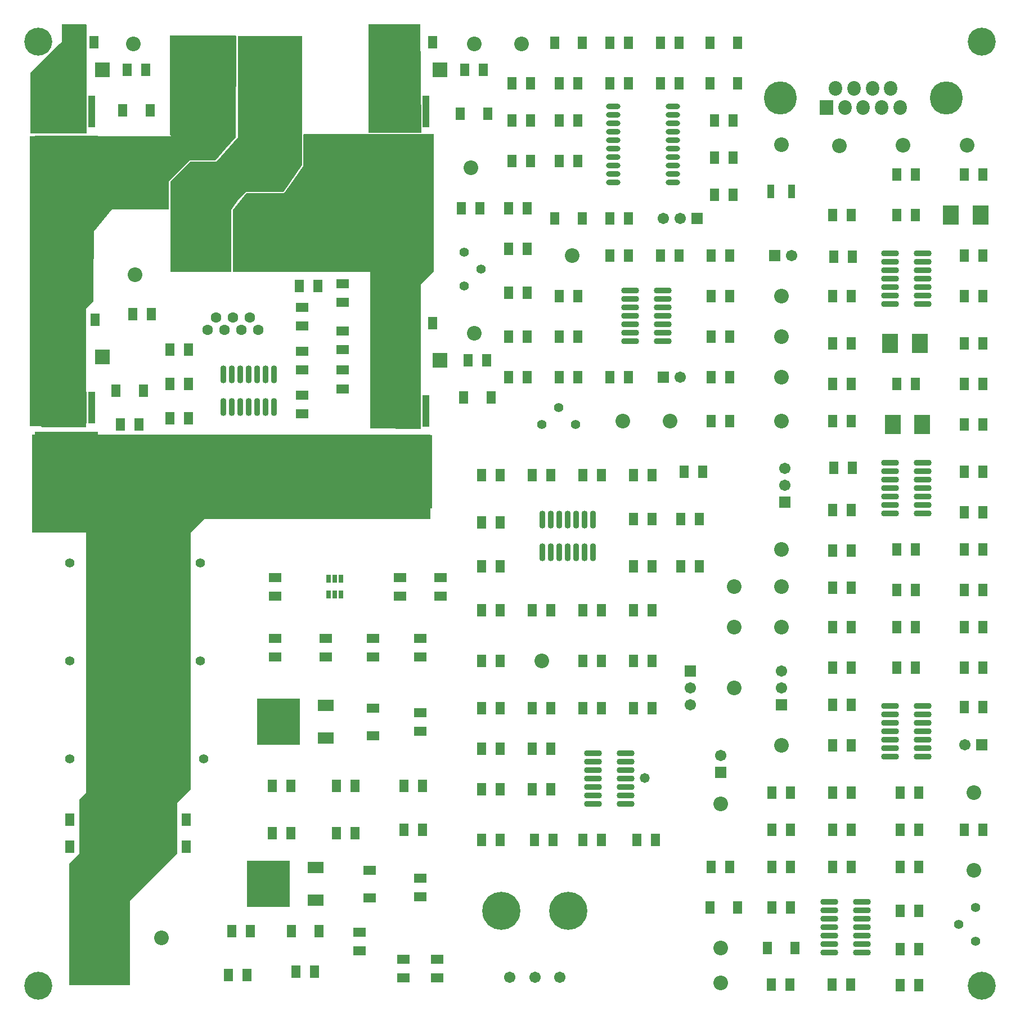
<source format=gts>
G04*
G04 #@! TF.GenerationSoftware,Altium Limited,Altium Designer,18.0.7 (293)*
G04*
G04 Layer_Color=8388736*
%FSLAX44Y44*%
%MOMM*%
G71*
G01*
G75*
%ADD35R,1.4732X1.9812*%
%ADD36R,0.7532X1.3032*%
%ADD37R,6.4262X6.9342*%
%ADD38R,2.4638X1.7272*%
%ADD39O,2.7032X0.9032*%
%ADD40O,0.9032X2.7032*%
%ADD41O,2.2032X0.8032*%
%ADD42R,1.0532X0.5032*%
%ADD43R,1.9812X1.4732*%
%ADD44R,9.6032X11.0032*%
%ADD45R,1.0032X4.8032*%
%ADD46R,1.3232X1.9232*%
%ADD47R,2.3622X2.9464*%
%ADD48R,1.9232X1.3232*%
%ADD49R,2.2032X2.2032*%
%ADD50O,2.0032X2.2032*%
%ADD51R,2.0032X2.2032*%
%ADD52C,4.9632*%
%ADD53C,2.2032*%
%ADD54C,1.4202*%
%ADD55R,3.9532X2.4532*%
%ADD56C,1.6032*%
%ADD57C,5.7232*%
%ADD58C,1.7032*%
%ADD59R,1.7032X1.7032*%
%ADD60R,1.7032X1.7032*%
%ADD61R,1.4032X1.4032*%
%ADD62C,1.4032*%
%ADD63C,4.2032*%
%ADD64C,1.4732*%
G36*
X616204Y1325372D02*
Y1322832D01*
X537210D01*
Y1486230D01*
X614786D01*
X616204Y1325372D01*
D02*
G37*
G36*
X112425Y1484895D02*
X112424Y1322070D01*
X28448Y1322070D01*
X27940Y1322578D01*
X27940Y1412240D01*
X38608Y1422908D01*
X71882Y1456182D01*
X75438Y1459738D01*
Y1485793D01*
X111527Y1485793D01*
X112425Y1484895D01*
D02*
G37*
G36*
X337818Y1467866D02*
X337818Y1467590D01*
X337566Y1315974D01*
X322326Y1298956D01*
X306324Y1281430D01*
X267716D01*
X236220Y1249172D01*
X236220Y1207770D01*
X151130D01*
X123832Y1174751D01*
X123698Y1160272D01*
X123190Y1105408D01*
X123190Y1069185D01*
X112092Y1058086D01*
Y880110D01*
X45212D01*
X44196Y881126D01*
X27178D01*
Y1317542D01*
X27686Y1317752D01*
X237061D01*
X238234Y1317752D01*
X239522Y1317752D01*
X239776Y1318006D01*
X238760Y1319022D01*
Y1319022D01*
X238760Y1319022D01*
X238506Y1320195D01*
Y1469136D01*
X336655D01*
X337818Y1467866D01*
D02*
G37*
G36*
X436880Y1274064D02*
X408813Y1233805D01*
X352679Y1233805D01*
X341503Y1222629D01*
X330200Y1206754D01*
Y1113028D01*
X238760D01*
Y1190498D01*
Y1249172D01*
X252603Y1263015D01*
X269293Y1279706D01*
X308665Y1279705D01*
X340360Y1315421D01*
X340360Y1468120D01*
X395034Y1468120D01*
X436880D01*
Y1274064D01*
D02*
G37*
G36*
X635000Y1320800D02*
Y1114044D01*
X632460Y1111504D01*
X615780Y1094825D01*
Y878228D01*
X614879Y877333D01*
X540004Y877824D01*
X539496Y878884D01*
Y1113028D01*
X332740D01*
Y1206668D01*
X352931Y1231771D01*
X366268Y1231771D01*
X380492Y1231771D01*
X409956Y1231770D01*
X423164Y1250950D01*
X438658Y1272286D01*
Y1300480D01*
Y1320155D01*
X439557Y1321053D01*
X635000Y1320800D01*
D02*
G37*
G36*
X629920Y741680D02*
X289560D01*
X269240Y721360D01*
Y335280D01*
X248920Y314960D01*
Y238760D01*
X187960Y177800D01*
X177800Y167640D01*
Y40640D01*
X86360D01*
Y223520D01*
X101600Y238760D01*
Y314960D01*
Y320040D01*
X111760Y330200D01*
Y721360D01*
X30480D01*
Y741680D01*
Y751840D01*
Y756920D01*
Y868680D01*
X629920D01*
Y741680D01*
D02*
G37*
D35*
X1337280Y152400D02*
D03*
X1365280D02*
D03*
X1364978Y95068D02*
D03*
X1336978D02*
D03*
X1337280Y330200D02*
D03*
X1365280D02*
D03*
X1461800Y274320D02*
D03*
X1433800D02*
D03*
X1337280D02*
D03*
X1365280D02*
D03*
X1337280Y218440D02*
D03*
X1365280D02*
D03*
X1144240Y274320D02*
D03*
X1172240D02*
D03*
X1360200Y518160D02*
D03*
X1332200D02*
D03*
X1235680Y401320D02*
D03*
X1263680D02*
D03*
Y518160D02*
D03*
X1235680D02*
D03*
X1143466Y41185D02*
D03*
X1171466D02*
D03*
X1336774Y40577D02*
D03*
X1364774D02*
D03*
X1234758Y41241D02*
D03*
X1262757D02*
D03*
X1263680Y579120D02*
D03*
X1235680D02*
D03*
Y274320D02*
D03*
X1263680D02*
D03*
X1172240Y218440D02*
D03*
X1144240D02*
D03*
X1052800D02*
D03*
X1080800D02*
D03*
X1332200Y1259840D02*
D03*
X1360200D02*
D03*
X1461800Y579120D02*
D03*
X1433800D02*
D03*
X1461800Y635000D02*
D03*
X1433800D02*
D03*
X1461800Y695960D02*
D03*
X1433800D02*
D03*
Y812800D02*
D03*
X1461800D02*
D03*
Y883920D02*
D03*
X1433800D02*
D03*
X1235680Y1076960D02*
D03*
X1263680D02*
D03*
Y1005840D02*
D03*
X1235680D02*
D03*
X1332200Y635000D02*
D03*
X1360200D02*
D03*
Y579120D02*
D03*
X1332200D02*
D03*
X1461800Y1005840D02*
D03*
X1433800D02*
D03*
X1360200Y944880D02*
D03*
X1332200D02*
D03*
X1235680Y889000D02*
D03*
X1263680D02*
D03*
X1235680Y755650D02*
D03*
X1263680D02*
D03*
X1332200Y1198880D02*
D03*
X1360200D02*
D03*
X1263680Y638810D02*
D03*
X1235680D02*
D03*
X887760Y807720D02*
D03*
X859760D02*
D03*
X963960D02*
D03*
X935960D02*
D03*
X735360D02*
D03*
X707360D02*
D03*
X963960Y741680D02*
D03*
X935960D02*
D03*
X811560Y807720D02*
D03*
X783560D02*
D03*
X963960Y604520D02*
D03*
X935960D02*
D03*
X735360Y528320D02*
D03*
X707360D02*
D03*
X935960Y670560D02*
D03*
X963960D02*
D03*
X735360Y604520D02*
D03*
X707360D02*
D03*
X1035080Y670560D02*
D03*
X1007080D02*
D03*
X887760Y604520D02*
D03*
X859760D02*
D03*
X735360Y736600D02*
D03*
X707360D02*
D03*
Y396240D02*
D03*
X735360D02*
D03*
X811560Y457200D02*
D03*
X783560D02*
D03*
X887760Y259080D02*
D03*
X859760D02*
D03*
X963960Y457200D02*
D03*
X935960D02*
D03*
X707360D02*
D03*
X735360D02*
D03*
X935960Y528320D02*
D03*
X963960D02*
D03*
X783560Y396240D02*
D03*
X811560D02*
D03*
X941040Y259080D02*
D03*
X969040D02*
D03*
X814608D02*
D03*
X786608D02*
D03*
X735360D02*
D03*
X707360D02*
D03*
X735360Y335280D02*
D03*
X707360D02*
D03*
X887760Y457200D02*
D03*
X859760D02*
D03*
X618520Y274320D02*
D03*
X590520D02*
D03*
X331440Y121920D02*
D03*
X359440D02*
D03*
X516920Y269240D02*
D03*
X488920D02*
D03*
X681960Y1417320D02*
D03*
X709960D02*
D03*
X201960D02*
D03*
X173960D02*
D03*
X687040Y980440D02*
D03*
X715040D02*
D03*
X191800Y883920D02*
D03*
X163800D02*
D03*
X605436Y1458692D02*
D03*
X633436D02*
D03*
X124013Y1458694D02*
D03*
X96013D02*
D03*
X1085880Y1285240D02*
D03*
X1057880D02*
D03*
X461040Y1092200D02*
D03*
X433040D02*
D03*
X209834Y1050036D02*
D03*
X181834D02*
D03*
X1004600Y1397000D02*
D03*
X976600D02*
D03*
X1004600Y1457960D02*
D03*
X976600D02*
D03*
X125760Y1041400D02*
D03*
X97760D02*
D03*
X605760Y1036320D02*
D03*
X633760D02*
D03*
X237998Y893318D02*
D03*
X265998D02*
D03*
X237998Y944880D02*
D03*
X265998D02*
D03*
X1052800Y1137920D02*
D03*
X1080800D02*
D03*
X1004600D02*
D03*
X976600D02*
D03*
X1012160Y812800D02*
D03*
X1040160D02*
D03*
X1080800Y889000D02*
D03*
X1052800D02*
D03*
X824200Y955040D02*
D03*
X852200D02*
D03*
X748000D02*
D03*
X776000D02*
D03*
X1052800D02*
D03*
X1080800D02*
D03*
X776000Y1209040D02*
D03*
X748000D02*
D03*
X900400Y955040D02*
D03*
X928400D02*
D03*
X776000Y1016000D02*
D03*
X748000D02*
D03*
X852200D02*
D03*
X824200D02*
D03*
X1080800D02*
D03*
X1052800D02*
D03*
X704880Y1209040D02*
D03*
X676880D02*
D03*
X427960Y60960D02*
D03*
X455960D02*
D03*
X1433800Y1259840D02*
D03*
X1461800D02*
D03*
X354360Y55880D02*
D03*
X326360D02*
D03*
X1172240Y157480D02*
D03*
X1144240D02*
D03*
X1263680Y462280D02*
D03*
X1235680D02*
D03*
X1172240Y330200D02*
D03*
X1144240D02*
D03*
X1461490Y458899D02*
D03*
X1433490D02*
D03*
X1263680Y330200D02*
D03*
X1235680D02*
D03*
Y218440D02*
D03*
X1263680D02*
D03*
X1264950Y1136650D02*
D03*
X1236950D02*
D03*
X1433800Y518160D02*
D03*
X1461800D02*
D03*
Y751840D02*
D03*
X1433800D02*
D03*
X1235680Y944880D02*
D03*
X1263680D02*
D03*
Y1198880D02*
D03*
X1235680D02*
D03*
X1264950Y819150D02*
D03*
X1236950D02*
D03*
X1461800Y1076960D02*
D03*
X1433800D02*
D03*
X1360200Y695960D02*
D03*
X1332200D02*
D03*
X1433800Y944880D02*
D03*
X1461800D02*
D03*
Y1137920D02*
D03*
X1433800D02*
D03*
X1263680Y694690D02*
D03*
X1235680D02*
D03*
X707360Y670560D02*
D03*
X735360D02*
D03*
X1035080Y741680D02*
D03*
X1007080D02*
D03*
X783560Y604520D02*
D03*
X811560D02*
D03*
X783560Y335280D02*
D03*
X811560D02*
D03*
X859760Y528320D02*
D03*
X887760D02*
D03*
X618520Y340360D02*
D03*
X590520D02*
D03*
X488920D02*
D03*
X516920D02*
D03*
X392400D02*
D03*
X420400D02*
D03*
X392400Y269240D02*
D03*
X420400D02*
D03*
X824200Y1076960D02*
D03*
X852200D02*
D03*
X262920Y248920D02*
D03*
X234920D02*
D03*
X262920Y289560D02*
D03*
X234920D02*
D03*
X87600D02*
D03*
X115600D02*
D03*
X87600Y248920D02*
D03*
X115600D02*
D03*
X900400Y1397000D02*
D03*
X928400D02*
D03*
X900400Y1457960D02*
D03*
X928400D02*
D03*
X1057880Y1341120D02*
D03*
X1085880D02*
D03*
X237998Y996442D02*
D03*
X265998D02*
D03*
X852200Y1280160D02*
D03*
X824200D02*
D03*
X852200Y1341120D02*
D03*
X824200D02*
D03*
X852200Y1397000D02*
D03*
X824200D02*
D03*
X753080Y1280160D02*
D03*
X781080D02*
D03*
X753080Y1341120D02*
D03*
X781080D02*
D03*
X753080Y1397000D02*
D03*
X781080D02*
D03*
X900400Y1193800D02*
D03*
X928400D02*
D03*
X900400Y1137920D02*
D03*
X928400D02*
D03*
X1057880Y1229360D02*
D03*
X1085880D02*
D03*
X1080800Y1076960D02*
D03*
X1052800D02*
D03*
X776000Y1082040D02*
D03*
X748000D02*
D03*
X776000Y1148080D02*
D03*
X748000D02*
D03*
D36*
X476910Y652080D02*
D03*
X495910D02*
D03*
X486410D02*
D03*
X476910Y628080D02*
D03*
X495910D02*
D03*
X486410D02*
D03*
D37*
X401320Y436880D02*
D03*
X386080Y193040D02*
D03*
D38*
X472948Y461518D02*
D03*
Y412242D02*
D03*
X457708Y217678D02*
D03*
Y168402D02*
D03*
D39*
X1230260Y166370D02*
D03*
Y153670D02*
D03*
Y140970D02*
D03*
Y128270D02*
D03*
Y115570D02*
D03*
Y102870D02*
D03*
Y90170D02*
D03*
X1279260Y166370D02*
D03*
Y153670D02*
D03*
Y140970D02*
D03*
Y128270D02*
D03*
Y115570D02*
D03*
Y102870D02*
D03*
Y90170D02*
D03*
X1321700Y461010D02*
D03*
Y448310D02*
D03*
Y435610D02*
D03*
Y422910D02*
D03*
Y410210D02*
D03*
Y397510D02*
D03*
Y384810D02*
D03*
X1370700Y461010D02*
D03*
Y448310D02*
D03*
Y435610D02*
D03*
Y422910D02*
D03*
Y410210D02*
D03*
Y397510D02*
D03*
Y384810D02*
D03*
X1321700Y826770D02*
D03*
Y814070D02*
D03*
Y801370D02*
D03*
Y788670D02*
D03*
Y775970D02*
D03*
Y763270D02*
D03*
Y750570D02*
D03*
X1370700Y826770D02*
D03*
Y814070D02*
D03*
Y801370D02*
D03*
Y788670D02*
D03*
Y775970D02*
D03*
Y763270D02*
D03*
Y750570D02*
D03*
X1321700Y1141730D02*
D03*
Y1129030D02*
D03*
Y1116330D02*
D03*
Y1103630D02*
D03*
Y1090930D02*
D03*
Y1078230D02*
D03*
Y1065530D02*
D03*
X1370700Y1141730D02*
D03*
Y1129030D02*
D03*
Y1116330D02*
D03*
Y1103630D02*
D03*
Y1090930D02*
D03*
Y1078230D02*
D03*
Y1065530D02*
D03*
X874660Y389890D02*
D03*
Y377190D02*
D03*
Y364490D02*
D03*
Y351790D02*
D03*
Y339090D02*
D03*
Y326390D02*
D03*
Y313690D02*
D03*
X923660Y389890D02*
D03*
Y377190D02*
D03*
Y364490D02*
D03*
Y351790D02*
D03*
Y339090D02*
D03*
Y326390D02*
D03*
Y313690D02*
D03*
X930540Y1085850D02*
D03*
Y1073150D02*
D03*
Y1060450D02*
D03*
Y1047750D02*
D03*
Y1035050D02*
D03*
Y1022350D02*
D03*
Y1009650D02*
D03*
X979540Y1085850D02*
D03*
Y1073150D02*
D03*
Y1060450D02*
D03*
Y1047750D02*
D03*
Y1035050D02*
D03*
Y1022350D02*
D03*
Y1009650D02*
D03*
D40*
X798830Y691780D02*
D03*
X811530D02*
D03*
X824230D02*
D03*
X836930D02*
D03*
X849630D02*
D03*
X862330D02*
D03*
X875030D02*
D03*
X798830Y740780D02*
D03*
X811530D02*
D03*
X824230D02*
D03*
X836930D02*
D03*
X849630D02*
D03*
X862330D02*
D03*
X875030D02*
D03*
X394970Y959220D02*
D03*
X382270D02*
D03*
X369570D02*
D03*
X356870D02*
D03*
X344170D02*
D03*
X331470D02*
D03*
X318770D02*
D03*
X394970Y910220D02*
D03*
X382270D02*
D03*
X369570D02*
D03*
X356870D02*
D03*
X344170D02*
D03*
X331470D02*
D03*
X318770D02*
D03*
D41*
X994960Y1248410D02*
D03*
Y1261110D02*
D03*
Y1273810D02*
D03*
Y1286510D02*
D03*
Y1299210D02*
D03*
Y1311910D02*
D03*
Y1324610D02*
D03*
Y1337310D02*
D03*
Y1350010D02*
D03*
Y1362710D02*
D03*
X904960Y1248410D02*
D03*
Y1261110D02*
D03*
Y1273810D02*
D03*
Y1286510D02*
D03*
Y1299210D02*
D03*
Y1311910D02*
D03*
Y1324610D02*
D03*
Y1337310D02*
D03*
Y1350010D02*
D03*
Y1362710D02*
D03*
D42*
X1142490Y1226940D02*
D03*
Y1231940D02*
D03*
Y1236940D02*
D03*
Y1241940D02*
D03*
X1173990D02*
D03*
Y1236940D02*
D03*
Y1231940D02*
D03*
Y1226940D02*
D03*
D43*
X614680Y562640D02*
D03*
Y534640D02*
D03*
X396240Y654080D02*
D03*
Y626080D02*
D03*
Y562640D02*
D03*
Y534640D02*
D03*
X497840Y1024920D02*
D03*
Y996920D02*
D03*
X436880Y900400D02*
D03*
Y928400D02*
D03*
Y966440D02*
D03*
Y994440D02*
D03*
X589280Y80040D02*
D03*
Y52040D02*
D03*
X640080D02*
D03*
Y80040D02*
D03*
X614680Y450880D02*
D03*
Y422880D02*
D03*
Y201960D02*
D03*
Y173960D02*
D03*
X645160Y626080D02*
D03*
Y654080D02*
D03*
X543560Y562640D02*
D03*
Y534640D02*
D03*
X584200Y654080D02*
D03*
Y626080D02*
D03*
X472440Y562640D02*
D03*
Y534640D02*
D03*
X523240Y92680D02*
D03*
Y120680D02*
D03*
X497840Y1068040D02*
D03*
Y1096040D02*
D03*
X498094Y965738D02*
D03*
Y937738D02*
D03*
X436880Y1032480D02*
D03*
Y1060480D02*
D03*
D44*
X82577Y1263650D02*
D03*
X585470D02*
D03*
X82546Y818030D02*
D03*
X585470Y812800D02*
D03*
D45*
X107977Y1355150D02*
D03*
X95277D02*
D03*
X69877D02*
D03*
X57177D02*
D03*
X44477D02*
D03*
X120677D02*
D03*
X610870D02*
D03*
X598170D02*
D03*
X572770D02*
D03*
X560070D02*
D03*
X547370D02*
D03*
X623570D02*
D03*
X107946Y909530D02*
D03*
X95246D02*
D03*
X69846D02*
D03*
X57146D02*
D03*
X44446D02*
D03*
X120646D02*
D03*
X610870Y904300D02*
D03*
X598170D02*
D03*
X572770D02*
D03*
X560070D02*
D03*
X547370D02*
D03*
X623570D02*
D03*
D46*
X1092630Y157480D02*
D03*
X1051130D02*
D03*
X1178990Y96520D02*
D03*
X1137490D02*
D03*
X462710Y121920D02*
D03*
X421210D02*
D03*
X716710Y1351280D02*
D03*
X675210D02*
D03*
X208710Y1356360D02*
D03*
X167210D02*
D03*
X721790Y924560D02*
D03*
X680290D02*
D03*
X198550Y934720D02*
D03*
X157050D02*
D03*
X1051130Y1397000D02*
D03*
X1092630D02*
D03*
Y1457960D02*
D03*
X1051130D02*
D03*
X858950D02*
D03*
X817450D02*
D03*
X858950Y1193800D02*
D03*
X817450D02*
D03*
D47*
X1370330Y883920D02*
D03*
X1325880D02*
D03*
X1322070Y1005840D02*
D03*
X1366520D02*
D03*
X1413510Y1198880D02*
D03*
X1457960D02*
D03*
D48*
X543560Y416130D02*
D03*
Y457630D02*
D03*
X538480Y172290D02*
D03*
Y213790D02*
D03*
D49*
X96840Y1417320D02*
D03*
X136840D02*
D03*
X604840D02*
D03*
X644840D02*
D03*
X96840Y985520D02*
D03*
X136840D02*
D03*
X604840Y980440D02*
D03*
X644840D02*
D03*
D50*
X1336839Y1361049D02*
D03*
X1322989Y1389449D02*
D03*
X1309139Y1361049D02*
D03*
X1295289Y1389449D02*
D03*
X1281439Y1361049D02*
D03*
X1267589Y1389449D02*
D03*
X1253739Y1361049D02*
D03*
X1239889Y1389449D02*
D03*
D51*
X1226039Y1361049D02*
D03*
D52*
X1156489Y1375249D02*
D03*
X1406389D02*
D03*
D53*
X1158055Y1304647D02*
D03*
X1447800Y213360D02*
D03*
Y330200D02*
D03*
X1066646Y44072D02*
D03*
X1066800Y96520D02*
D03*
X1087120Y579120D02*
D03*
X1158240Y401320D02*
D03*
X1341513Y1303699D02*
D03*
X1158240Y955040D02*
D03*
X1437571Y1304084D02*
D03*
X1158240Y640080D02*
D03*
Y889000D02*
D03*
X1066849Y313436D02*
D03*
X1158240Y695960D02*
D03*
X1087120Y487680D02*
D03*
X797560Y528320D02*
D03*
X1087120Y640080D02*
D03*
X696319Y1456427D02*
D03*
X182668Y1456696D02*
D03*
X695960Y1021080D02*
D03*
X185674Y1108964D02*
D03*
X53086Y1031494D02*
D03*
X1245438Y1303447D02*
D03*
X575564Y1119632D02*
D03*
X690880Y1270000D02*
D03*
X919480Y889000D02*
D03*
X767080Y1456352D02*
D03*
X843280Y1137920D02*
D03*
X1158240Y579120D02*
D03*
Y1076960D02*
D03*
Y1016000D02*
D03*
X990600Y889000D02*
D03*
X130200Y111760D02*
D03*
X225400D02*
D03*
X382880Y1391920D02*
D03*
X287680D02*
D03*
D54*
X1450949Y106508D02*
D03*
X1425549Y131908D02*
D03*
X1450949Y157308D02*
D03*
X797560Y883920D02*
D03*
X822960Y909320D02*
D03*
X848360Y883920D02*
D03*
X680720Y1143000D02*
D03*
X706120Y1117600D02*
D03*
X680720Y1092200D02*
D03*
D55*
X381740Y1143510D02*
D03*
Y1174510D02*
D03*
Y1205510D02*
D03*
X283740D02*
D03*
Y1174510D02*
D03*
Y1143510D02*
D03*
D56*
X294640Y1026160D02*
D03*
X307340Y1045210D02*
D03*
X320040Y1026160D02*
D03*
X332740Y1045210D02*
D03*
X345440Y1026160D02*
D03*
X358140Y1045210D02*
D03*
X370840Y1026160D02*
D03*
D57*
X837900Y152400D02*
D03*
X736900D02*
D03*
D58*
X824900Y52400D02*
D03*
X787400D02*
D03*
X749900D02*
D03*
X1066800Y386080D02*
D03*
X1434221Y401842D02*
D03*
X1021080Y462280D02*
D03*
Y487680D02*
D03*
X980440Y1193800D02*
D03*
X1005840D02*
D03*
X1173480Y1137920D02*
D03*
X1005840Y955040D02*
D03*
X1158240Y513080D02*
D03*
Y487680D02*
D03*
X1163320Y817880D02*
D03*
Y792480D02*
D03*
D59*
X1066800Y360680D02*
D03*
X1021080Y513080D02*
D03*
X1158240Y462280D02*
D03*
X1163320Y767080D02*
D03*
D60*
X1459621Y401842D02*
D03*
X1031240Y1193800D02*
D03*
X1148080Y1137920D02*
D03*
X980440Y955040D02*
D03*
D61*
X137160Y528320D02*
D03*
X233680D02*
D03*
X137160Y381000D02*
D03*
X238760D02*
D03*
X233680Y675640D02*
D03*
X137160D02*
D03*
D62*
X87160Y528320D02*
D03*
X283680D02*
D03*
X87160Y381000D02*
D03*
X288760D02*
D03*
X283680Y675640D02*
D03*
X87160D02*
D03*
D63*
X40000Y1460000D02*
D03*
X1460000D02*
D03*
Y40000D02*
D03*
X40000D02*
D03*
D64*
X952500Y352044D02*
D03*
M02*

</source>
